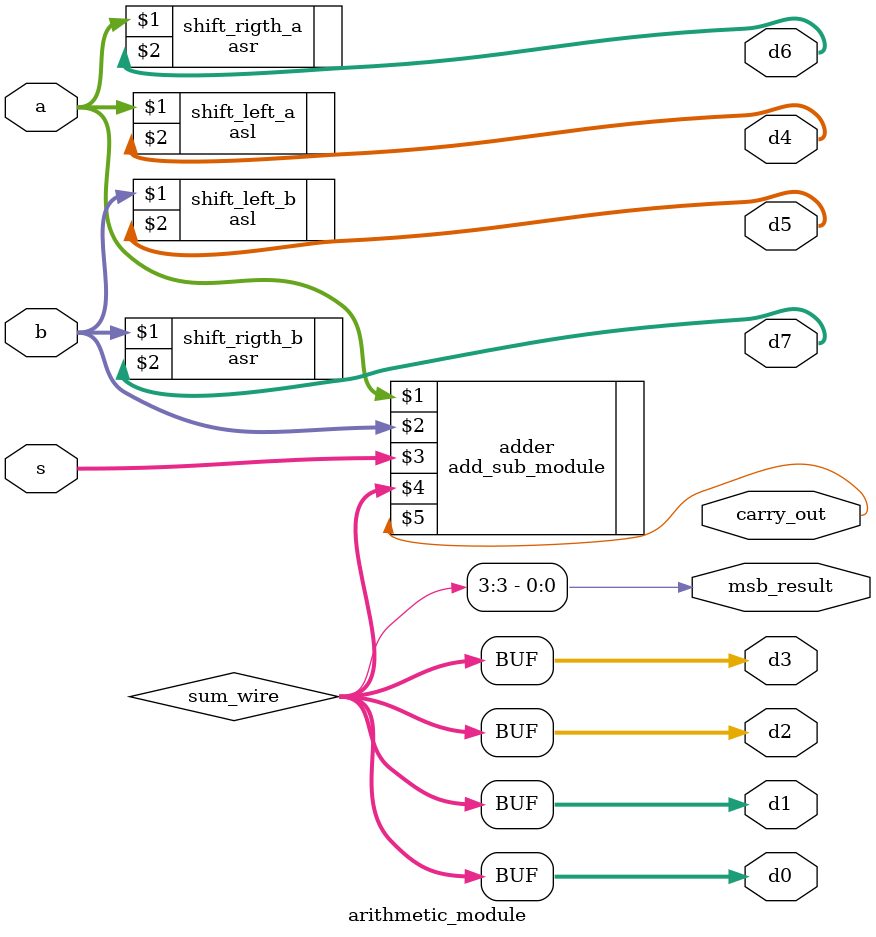
<source format=sv>
module arithmetic_module
	#(parameter N = 4)
	(input logic [N - 1 : 0] a, b, input [1:0] s, output logic [N - 1 : 0] d0, d1, d2, d3, d4, d5, d6, d7, output carry_out, msb_result);
	
	logic [N - 1 : 0] sum_wire;
		
	add_sub_module #(N) adder(a, b, s, sum_wire, carry_out);		
	
	assign msb_result = sum_wire[N - 1];	
	assign d0 = sum_wire;
	assign d1 = sum_wire;
	assign d2 = sum_wire;
	assign d3 = sum_wire;
		
	asl #(N) shift_left_a (a, d4);
	asl #(N) shift_left_b (b, d5);
	asr #(N) shift_rigth_a (a, d6);
	asr #(N) shift_rigth_b (b, d7);
	
	
endmodule 
</source>
